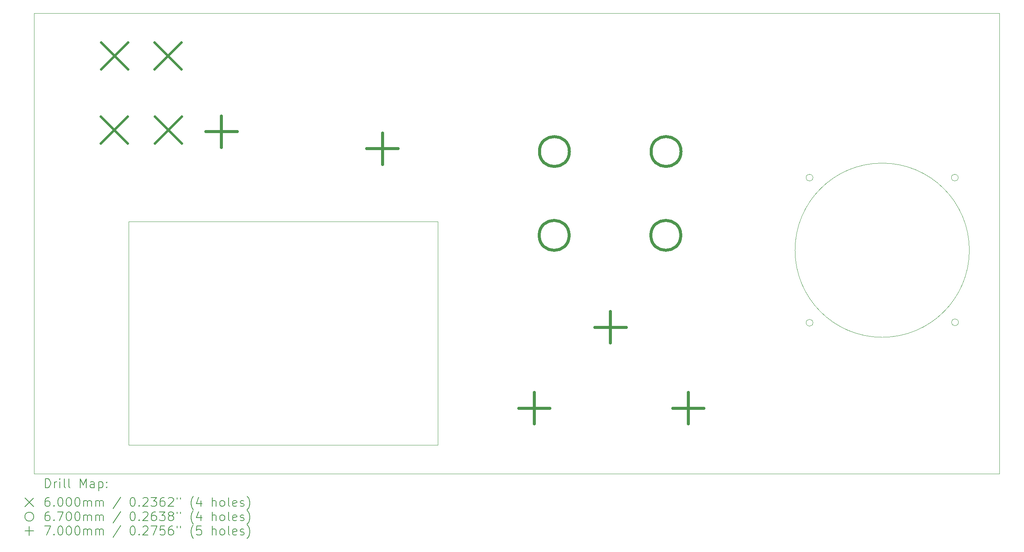
<source format=gbr>
%TF.GenerationSoftware,KiCad,Pcbnew,8.0.8*%
%TF.CreationDate,2025-03-17T17:06:12+00:00*%
%TF.ProjectId,memlnaut_0_1_joystick,6d656d6c-6e61-4757-945f-305f315f6a6f,rev?*%
%TF.SameCoordinates,Original*%
%TF.FileFunction,Drillmap*%
%TF.FilePolarity,Positive*%
%FSLAX45Y45*%
G04 Gerber Fmt 4.5, Leading zero omitted, Abs format (unit mm)*
G04 Created by KiCad (PCBNEW 8.0.8) date 2025-03-17 17:06:12*
%MOMM*%
%LPD*%
G01*
G04 APERTURE LIST*
%ADD10C,0.050000*%
%ADD11C,0.200000*%
%ADD12C,0.600000*%
%ADD13C,0.670000*%
%ADD14C,0.700000*%
G04 APERTURE END LIST*
D10*
X5600000Y-4140000D02*
X27203000Y-4140000D01*
X27203000Y-14451000D01*
X5600000Y-14451000D01*
X5600000Y-4140000D01*
X23031217Y-7822000D02*
G75*
G02*
X22878783Y-7822000I-76217J0D01*
G01*
X22878783Y-7822000D02*
G75*
G02*
X23031217Y-7822000I76217J0D01*
G01*
X23031217Y-11072000D02*
G75*
G02*
X22878783Y-11072000I-76217J0D01*
G01*
X22878783Y-11072000D02*
G75*
G02*
X23031217Y-11072000I76217J0D01*
G01*
X26530000Y-9447000D02*
G75*
G02*
X22630000Y-9447000I-1950000J0D01*
G01*
X22630000Y-9447000D02*
G75*
G02*
X26530000Y-9447000I1950000J0D01*
G01*
X26281217Y-7822000D02*
G75*
G02*
X26128783Y-7822000I-76217J0D01*
G01*
X26128783Y-7822000D02*
G75*
G02*
X26281217Y-7822000I76217J0D01*
G01*
X26285217Y-11061783D02*
G75*
G02*
X26132783Y-11061783I-76217J0D01*
G01*
X26132783Y-11061783D02*
G75*
G02*
X26285217Y-11061783I76217J0D01*
G01*
X7720500Y-8806000D02*
X14640500Y-8806000D01*
X14640500Y-13806000D01*
X7720500Y-13806000D01*
X7720500Y-8806000D01*
D11*
D12*
X7097000Y-6451000D02*
X7697000Y-7051000D01*
X7697000Y-6451000D02*
X7097000Y-7051000D01*
X7101000Y-4796000D02*
X7701000Y-5396000D01*
X7701000Y-4796000D02*
X7101000Y-5396000D01*
X8299000Y-4793000D02*
X8899000Y-5393000D01*
X8899000Y-4793000D02*
X8299000Y-5393000D01*
X8308000Y-6450000D02*
X8908000Y-7050000D01*
X8908000Y-6450000D02*
X8308000Y-7050000D01*
D13*
X17576000Y-9115000D02*
G75*
G02*
X16906000Y-9115000I-335000J0D01*
G01*
X16906000Y-9115000D02*
G75*
G02*
X17576000Y-9115000I335000J0D01*
G01*
X17581000Y-7238000D02*
G75*
G02*
X16911000Y-7238000I-335000J0D01*
G01*
X16911000Y-7238000D02*
G75*
G02*
X17581000Y-7238000I335000J0D01*
G01*
X20074000Y-9114000D02*
G75*
G02*
X19404000Y-9114000I-335000J0D01*
G01*
X19404000Y-9114000D02*
G75*
G02*
X20074000Y-9114000I335000J0D01*
G01*
X20079000Y-7237000D02*
G75*
G02*
X19409000Y-7237000I-335000J0D01*
G01*
X19409000Y-7237000D02*
G75*
G02*
X20079000Y-7237000I335000J0D01*
G01*
D14*
X9798000Y-6444250D02*
X9798000Y-7144250D01*
X9448000Y-6794250D02*
X10148000Y-6794250D01*
X13398000Y-6825000D02*
X13398000Y-7525000D01*
X13048000Y-7175000D02*
X13748000Y-7175000D01*
X16797000Y-12635000D02*
X16797000Y-13335000D01*
X16447000Y-12985000D02*
X17147000Y-12985000D01*
X18501000Y-10823000D02*
X18501000Y-11523000D01*
X18151000Y-11173000D02*
X18851000Y-11173000D01*
X20244000Y-12636000D02*
X20244000Y-13336000D01*
X19894000Y-12986000D02*
X20594000Y-12986000D01*
D11*
X5858277Y-14764984D02*
X5858277Y-14564984D01*
X5858277Y-14564984D02*
X5905896Y-14564984D01*
X5905896Y-14564984D02*
X5934467Y-14574508D01*
X5934467Y-14574508D02*
X5953515Y-14593555D01*
X5953515Y-14593555D02*
X5963039Y-14612603D01*
X5963039Y-14612603D02*
X5972562Y-14650698D01*
X5972562Y-14650698D02*
X5972562Y-14679269D01*
X5972562Y-14679269D02*
X5963039Y-14717365D01*
X5963039Y-14717365D02*
X5953515Y-14736412D01*
X5953515Y-14736412D02*
X5934467Y-14755460D01*
X5934467Y-14755460D02*
X5905896Y-14764984D01*
X5905896Y-14764984D02*
X5858277Y-14764984D01*
X6058277Y-14764984D02*
X6058277Y-14631650D01*
X6058277Y-14669746D02*
X6067801Y-14650698D01*
X6067801Y-14650698D02*
X6077324Y-14641174D01*
X6077324Y-14641174D02*
X6096372Y-14631650D01*
X6096372Y-14631650D02*
X6115420Y-14631650D01*
X6182086Y-14764984D02*
X6182086Y-14631650D01*
X6182086Y-14564984D02*
X6172562Y-14574508D01*
X6172562Y-14574508D02*
X6182086Y-14584031D01*
X6182086Y-14584031D02*
X6191610Y-14574508D01*
X6191610Y-14574508D02*
X6182086Y-14564984D01*
X6182086Y-14564984D02*
X6182086Y-14584031D01*
X6305896Y-14764984D02*
X6286848Y-14755460D01*
X6286848Y-14755460D02*
X6277324Y-14736412D01*
X6277324Y-14736412D02*
X6277324Y-14564984D01*
X6410658Y-14764984D02*
X6391610Y-14755460D01*
X6391610Y-14755460D02*
X6382086Y-14736412D01*
X6382086Y-14736412D02*
X6382086Y-14564984D01*
X6639229Y-14764984D02*
X6639229Y-14564984D01*
X6639229Y-14564984D02*
X6705896Y-14707841D01*
X6705896Y-14707841D02*
X6772562Y-14564984D01*
X6772562Y-14564984D02*
X6772562Y-14764984D01*
X6953515Y-14764984D02*
X6953515Y-14660222D01*
X6953515Y-14660222D02*
X6943991Y-14641174D01*
X6943991Y-14641174D02*
X6924943Y-14631650D01*
X6924943Y-14631650D02*
X6886848Y-14631650D01*
X6886848Y-14631650D02*
X6867801Y-14641174D01*
X6953515Y-14755460D02*
X6934467Y-14764984D01*
X6934467Y-14764984D02*
X6886848Y-14764984D01*
X6886848Y-14764984D02*
X6867801Y-14755460D01*
X6867801Y-14755460D02*
X6858277Y-14736412D01*
X6858277Y-14736412D02*
X6858277Y-14717365D01*
X6858277Y-14717365D02*
X6867801Y-14698317D01*
X6867801Y-14698317D02*
X6886848Y-14688793D01*
X6886848Y-14688793D02*
X6934467Y-14688793D01*
X6934467Y-14688793D02*
X6953515Y-14679269D01*
X7048753Y-14631650D02*
X7048753Y-14831650D01*
X7048753Y-14641174D02*
X7067801Y-14631650D01*
X7067801Y-14631650D02*
X7105896Y-14631650D01*
X7105896Y-14631650D02*
X7124943Y-14641174D01*
X7124943Y-14641174D02*
X7134467Y-14650698D01*
X7134467Y-14650698D02*
X7143991Y-14669746D01*
X7143991Y-14669746D02*
X7143991Y-14726888D01*
X7143991Y-14726888D02*
X7134467Y-14745936D01*
X7134467Y-14745936D02*
X7124943Y-14755460D01*
X7124943Y-14755460D02*
X7105896Y-14764984D01*
X7105896Y-14764984D02*
X7067801Y-14764984D01*
X7067801Y-14764984D02*
X7048753Y-14755460D01*
X7229705Y-14745936D02*
X7239229Y-14755460D01*
X7239229Y-14755460D02*
X7229705Y-14764984D01*
X7229705Y-14764984D02*
X7220182Y-14755460D01*
X7220182Y-14755460D02*
X7229705Y-14745936D01*
X7229705Y-14745936D02*
X7229705Y-14764984D01*
X7229705Y-14641174D02*
X7239229Y-14650698D01*
X7239229Y-14650698D02*
X7229705Y-14660222D01*
X7229705Y-14660222D02*
X7220182Y-14650698D01*
X7220182Y-14650698D02*
X7229705Y-14641174D01*
X7229705Y-14641174D02*
X7229705Y-14660222D01*
X5397500Y-14993500D02*
X5597500Y-15193500D01*
X5597500Y-14993500D02*
X5397500Y-15193500D01*
X5943991Y-14984984D02*
X5905896Y-14984984D01*
X5905896Y-14984984D02*
X5886848Y-14994508D01*
X5886848Y-14994508D02*
X5877324Y-15004031D01*
X5877324Y-15004031D02*
X5858277Y-15032603D01*
X5858277Y-15032603D02*
X5848753Y-15070698D01*
X5848753Y-15070698D02*
X5848753Y-15146888D01*
X5848753Y-15146888D02*
X5858277Y-15165936D01*
X5858277Y-15165936D02*
X5867801Y-15175460D01*
X5867801Y-15175460D02*
X5886848Y-15184984D01*
X5886848Y-15184984D02*
X5924943Y-15184984D01*
X5924943Y-15184984D02*
X5943991Y-15175460D01*
X5943991Y-15175460D02*
X5953515Y-15165936D01*
X5953515Y-15165936D02*
X5963039Y-15146888D01*
X5963039Y-15146888D02*
X5963039Y-15099269D01*
X5963039Y-15099269D02*
X5953515Y-15080222D01*
X5953515Y-15080222D02*
X5943991Y-15070698D01*
X5943991Y-15070698D02*
X5924943Y-15061174D01*
X5924943Y-15061174D02*
X5886848Y-15061174D01*
X5886848Y-15061174D02*
X5867801Y-15070698D01*
X5867801Y-15070698D02*
X5858277Y-15080222D01*
X5858277Y-15080222D02*
X5848753Y-15099269D01*
X6048753Y-15165936D02*
X6058277Y-15175460D01*
X6058277Y-15175460D02*
X6048753Y-15184984D01*
X6048753Y-15184984D02*
X6039229Y-15175460D01*
X6039229Y-15175460D02*
X6048753Y-15165936D01*
X6048753Y-15165936D02*
X6048753Y-15184984D01*
X6182086Y-14984984D02*
X6201134Y-14984984D01*
X6201134Y-14984984D02*
X6220182Y-14994508D01*
X6220182Y-14994508D02*
X6229705Y-15004031D01*
X6229705Y-15004031D02*
X6239229Y-15023079D01*
X6239229Y-15023079D02*
X6248753Y-15061174D01*
X6248753Y-15061174D02*
X6248753Y-15108793D01*
X6248753Y-15108793D02*
X6239229Y-15146888D01*
X6239229Y-15146888D02*
X6229705Y-15165936D01*
X6229705Y-15165936D02*
X6220182Y-15175460D01*
X6220182Y-15175460D02*
X6201134Y-15184984D01*
X6201134Y-15184984D02*
X6182086Y-15184984D01*
X6182086Y-15184984D02*
X6163039Y-15175460D01*
X6163039Y-15175460D02*
X6153515Y-15165936D01*
X6153515Y-15165936D02*
X6143991Y-15146888D01*
X6143991Y-15146888D02*
X6134467Y-15108793D01*
X6134467Y-15108793D02*
X6134467Y-15061174D01*
X6134467Y-15061174D02*
X6143991Y-15023079D01*
X6143991Y-15023079D02*
X6153515Y-15004031D01*
X6153515Y-15004031D02*
X6163039Y-14994508D01*
X6163039Y-14994508D02*
X6182086Y-14984984D01*
X6372562Y-14984984D02*
X6391610Y-14984984D01*
X6391610Y-14984984D02*
X6410658Y-14994508D01*
X6410658Y-14994508D02*
X6420182Y-15004031D01*
X6420182Y-15004031D02*
X6429705Y-15023079D01*
X6429705Y-15023079D02*
X6439229Y-15061174D01*
X6439229Y-15061174D02*
X6439229Y-15108793D01*
X6439229Y-15108793D02*
X6429705Y-15146888D01*
X6429705Y-15146888D02*
X6420182Y-15165936D01*
X6420182Y-15165936D02*
X6410658Y-15175460D01*
X6410658Y-15175460D02*
X6391610Y-15184984D01*
X6391610Y-15184984D02*
X6372562Y-15184984D01*
X6372562Y-15184984D02*
X6353515Y-15175460D01*
X6353515Y-15175460D02*
X6343991Y-15165936D01*
X6343991Y-15165936D02*
X6334467Y-15146888D01*
X6334467Y-15146888D02*
X6324943Y-15108793D01*
X6324943Y-15108793D02*
X6324943Y-15061174D01*
X6324943Y-15061174D02*
X6334467Y-15023079D01*
X6334467Y-15023079D02*
X6343991Y-15004031D01*
X6343991Y-15004031D02*
X6353515Y-14994508D01*
X6353515Y-14994508D02*
X6372562Y-14984984D01*
X6563039Y-14984984D02*
X6582086Y-14984984D01*
X6582086Y-14984984D02*
X6601134Y-14994508D01*
X6601134Y-14994508D02*
X6610658Y-15004031D01*
X6610658Y-15004031D02*
X6620182Y-15023079D01*
X6620182Y-15023079D02*
X6629705Y-15061174D01*
X6629705Y-15061174D02*
X6629705Y-15108793D01*
X6629705Y-15108793D02*
X6620182Y-15146888D01*
X6620182Y-15146888D02*
X6610658Y-15165936D01*
X6610658Y-15165936D02*
X6601134Y-15175460D01*
X6601134Y-15175460D02*
X6582086Y-15184984D01*
X6582086Y-15184984D02*
X6563039Y-15184984D01*
X6563039Y-15184984D02*
X6543991Y-15175460D01*
X6543991Y-15175460D02*
X6534467Y-15165936D01*
X6534467Y-15165936D02*
X6524943Y-15146888D01*
X6524943Y-15146888D02*
X6515420Y-15108793D01*
X6515420Y-15108793D02*
X6515420Y-15061174D01*
X6515420Y-15061174D02*
X6524943Y-15023079D01*
X6524943Y-15023079D02*
X6534467Y-15004031D01*
X6534467Y-15004031D02*
X6543991Y-14994508D01*
X6543991Y-14994508D02*
X6563039Y-14984984D01*
X6715420Y-15184984D02*
X6715420Y-15051650D01*
X6715420Y-15070698D02*
X6724943Y-15061174D01*
X6724943Y-15061174D02*
X6743991Y-15051650D01*
X6743991Y-15051650D02*
X6772563Y-15051650D01*
X6772563Y-15051650D02*
X6791610Y-15061174D01*
X6791610Y-15061174D02*
X6801134Y-15080222D01*
X6801134Y-15080222D02*
X6801134Y-15184984D01*
X6801134Y-15080222D02*
X6810658Y-15061174D01*
X6810658Y-15061174D02*
X6829705Y-15051650D01*
X6829705Y-15051650D02*
X6858277Y-15051650D01*
X6858277Y-15051650D02*
X6877324Y-15061174D01*
X6877324Y-15061174D02*
X6886848Y-15080222D01*
X6886848Y-15080222D02*
X6886848Y-15184984D01*
X6982086Y-15184984D02*
X6982086Y-15051650D01*
X6982086Y-15070698D02*
X6991610Y-15061174D01*
X6991610Y-15061174D02*
X7010658Y-15051650D01*
X7010658Y-15051650D02*
X7039229Y-15051650D01*
X7039229Y-15051650D02*
X7058277Y-15061174D01*
X7058277Y-15061174D02*
X7067801Y-15080222D01*
X7067801Y-15080222D02*
X7067801Y-15184984D01*
X7067801Y-15080222D02*
X7077324Y-15061174D01*
X7077324Y-15061174D02*
X7096372Y-15051650D01*
X7096372Y-15051650D02*
X7124943Y-15051650D01*
X7124943Y-15051650D02*
X7143991Y-15061174D01*
X7143991Y-15061174D02*
X7153515Y-15080222D01*
X7153515Y-15080222D02*
X7153515Y-15184984D01*
X7543991Y-14975460D02*
X7372563Y-15232603D01*
X7801134Y-14984984D02*
X7820182Y-14984984D01*
X7820182Y-14984984D02*
X7839229Y-14994508D01*
X7839229Y-14994508D02*
X7848753Y-15004031D01*
X7848753Y-15004031D02*
X7858277Y-15023079D01*
X7858277Y-15023079D02*
X7867801Y-15061174D01*
X7867801Y-15061174D02*
X7867801Y-15108793D01*
X7867801Y-15108793D02*
X7858277Y-15146888D01*
X7858277Y-15146888D02*
X7848753Y-15165936D01*
X7848753Y-15165936D02*
X7839229Y-15175460D01*
X7839229Y-15175460D02*
X7820182Y-15184984D01*
X7820182Y-15184984D02*
X7801134Y-15184984D01*
X7801134Y-15184984D02*
X7782086Y-15175460D01*
X7782086Y-15175460D02*
X7772563Y-15165936D01*
X7772563Y-15165936D02*
X7763039Y-15146888D01*
X7763039Y-15146888D02*
X7753515Y-15108793D01*
X7753515Y-15108793D02*
X7753515Y-15061174D01*
X7753515Y-15061174D02*
X7763039Y-15023079D01*
X7763039Y-15023079D02*
X7772563Y-15004031D01*
X7772563Y-15004031D02*
X7782086Y-14994508D01*
X7782086Y-14994508D02*
X7801134Y-14984984D01*
X7953515Y-15165936D02*
X7963039Y-15175460D01*
X7963039Y-15175460D02*
X7953515Y-15184984D01*
X7953515Y-15184984D02*
X7943991Y-15175460D01*
X7943991Y-15175460D02*
X7953515Y-15165936D01*
X7953515Y-15165936D02*
X7953515Y-15184984D01*
X8039229Y-15004031D02*
X8048753Y-14994508D01*
X8048753Y-14994508D02*
X8067801Y-14984984D01*
X8067801Y-14984984D02*
X8115420Y-14984984D01*
X8115420Y-14984984D02*
X8134467Y-14994508D01*
X8134467Y-14994508D02*
X8143991Y-15004031D01*
X8143991Y-15004031D02*
X8153515Y-15023079D01*
X8153515Y-15023079D02*
X8153515Y-15042127D01*
X8153515Y-15042127D02*
X8143991Y-15070698D01*
X8143991Y-15070698D02*
X8029706Y-15184984D01*
X8029706Y-15184984D02*
X8153515Y-15184984D01*
X8220182Y-14984984D02*
X8343991Y-14984984D01*
X8343991Y-14984984D02*
X8277325Y-15061174D01*
X8277325Y-15061174D02*
X8305896Y-15061174D01*
X8305896Y-15061174D02*
X8324944Y-15070698D01*
X8324944Y-15070698D02*
X8334467Y-15080222D01*
X8334467Y-15080222D02*
X8343991Y-15099269D01*
X8343991Y-15099269D02*
X8343991Y-15146888D01*
X8343991Y-15146888D02*
X8334467Y-15165936D01*
X8334467Y-15165936D02*
X8324944Y-15175460D01*
X8324944Y-15175460D02*
X8305896Y-15184984D01*
X8305896Y-15184984D02*
X8248753Y-15184984D01*
X8248753Y-15184984D02*
X8229706Y-15175460D01*
X8229706Y-15175460D02*
X8220182Y-15165936D01*
X8515420Y-14984984D02*
X8477325Y-14984984D01*
X8477325Y-14984984D02*
X8458277Y-14994508D01*
X8458277Y-14994508D02*
X8448753Y-15004031D01*
X8448753Y-15004031D02*
X8429706Y-15032603D01*
X8429706Y-15032603D02*
X8420182Y-15070698D01*
X8420182Y-15070698D02*
X8420182Y-15146888D01*
X8420182Y-15146888D02*
X8429706Y-15165936D01*
X8429706Y-15165936D02*
X8439229Y-15175460D01*
X8439229Y-15175460D02*
X8458277Y-15184984D01*
X8458277Y-15184984D02*
X8496372Y-15184984D01*
X8496372Y-15184984D02*
X8515420Y-15175460D01*
X8515420Y-15175460D02*
X8524944Y-15165936D01*
X8524944Y-15165936D02*
X8534468Y-15146888D01*
X8534468Y-15146888D02*
X8534468Y-15099269D01*
X8534468Y-15099269D02*
X8524944Y-15080222D01*
X8524944Y-15080222D02*
X8515420Y-15070698D01*
X8515420Y-15070698D02*
X8496372Y-15061174D01*
X8496372Y-15061174D02*
X8458277Y-15061174D01*
X8458277Y-15061174D02*
X8439229Y-15070698D01*
X8439229Y-15070698D02*
X8429706Y-15080222D01*
X8429706Y-15080222D02*
X8420182Y-15099269D01*
X8610658Y-15004031D02*
X8620182Y-14994508D01*
X8620182Y-14994508D02*
X8639229Y-14984984D01*
X8639229Y-14984984D02*
X8686849Y-14984984D01*
X8686849Y-14984984D02*
X8705896Y-14994508D01*
X8705896Y-14994508D02*
X8715420Y-15004031D01*
X8715420Y-15004031D02*
X8724944Y-15023079D01*
X8724944Y-15023079D02*
X8724944Y-15042127D01*
X8724944Y-15042127D02*
X8715420Y-15070698D01*
X8715420Y-15070698D02*
X8601134Y-15184984D01*
X8601134Y-15184984D02*
X8724944Y-15184984D01*
X8801134Y-14984984D02*
X8801134Y-15023079D01*
X8877325Y-14984984D02*
X8877325Y-15023079D01*
X9172563Y-15261174D02*
X9163039Y-15251650D01*
X9163039Y-15251650D02*
X9143991Y-15223079D01*
X9143991Y-15223079D02*
X9134468Y-15204031D01*
X9134468Y-15204031D02*
X9124944Y-15175460D01*
X9124944Y-15175460D02*
X9115420Y-15127841D01*
X9115420Y-15127841D02*
X9115420Y-15089746D01*
X9115420Y-15089746D02*
X9124944Y-15042127D01*
X9124944Y-15042127D02*
X9134468Y-15013555D01*
X9134468Y-15013555D02*
X9143991Y-14994508D01*
X9143991Y-14994508D02*
X9163039Y-14965936D01*
X9163039Y-14965936D02*
X9172563Y-14956412D01*
X9334468Y-15051650D02*
X9334468Y-15184984D01*
X9286849Y-14975460D02*
X9239230Y-15118317D01*
X9239230Y-15118317D02*
X9363039Y-15118317D01*
X9591611Y-15184984D02*
X9591611Y-14984984D01*
X9677325Y-15184984D02*
X9677325Y-15080222D01*
X9677325Y-15080222D02*
X9667801Y-15061174D01*
X9667801Y-15061174D02*
X9648753Y-15051650D01*
X9648753Y-15051650D02*
X9620182Y-15051650D01*
X9620182Y-15051650D02*
X9601134Y-15061174D01*
X9601134Y-15061174D02*
X9591611Y-15070698D01*
X9801134Y-15184984D02*
X9782087Y-15175460D01*
X9782087Y-15175460D02*
X9772563Y-15165936D01*
X9772563Y-15165936D02*
X9763039Y-15146888D01*
X9763039Y-15146888D02*
X9763039Y-15089746D01*
X9763039Y-15089746D02*
X9772563Y-15070698D01*
X9772563Y-15070698D02*
X9782087Y-15061174D01*
X9782087Y-15061174D02*
X9801134Y-15051650D01*
X9801134Y-15051650D02*
X9829706Y-15051650D01*
X9829706Y-15051650D02*
X9848753Y-15061174D01*
X9848753Y-15061174D02*
X9858277Y-15070698D01*
X9858277Y-15070698D02*
X9867801Y-15089746D01*
X9867801Y-15089746D02*
X9867801Y-15146888D01*
X9867801Y-15146888D02*
X9858277Y-15165936D01*
X9858277Y-15165936D02*
X9848753Y-15175460D01*
X9848753Y-15175460D02*
X9829706Y-15184984D01*
X9829706Y-15184984D02*
X9801134Y-15184984D01*
X9982087Y-15184984D02*
X9963039Y-15175460D01*
X9963039Y-15175460D02*
X9953515Y-15156412D01*
X9953515Y-15156412D02*
X9953515Y-14984984D01*
X10134468Y-15175460D02*
X10115420Y-15184984D01*
X10115420Y-15184984D02*
X10077325Y-15184984D01*
X10077325Y-15184984D02*
X10058277Y-15175460D01*
X10058277Y-15175460D02*
X10048753Y-15156412D01*
X10048753Y-15156412D02*
X10048753Y-15080222D01*
X10048753Y-15080222D02*
X10058277Y-15061174D01*
X10058277Y-15061174D02*
X10077325Y-15051650D01*
X10077325Y-15051650D02*
X10115420Y-15051650D01*
X10115420Y-15051650D02*
X10134468Y-15061174D01*
X10134468Y-15061174D02*
X10143992Y-15080222D01*
X10143992Y-15080222D02*
X10143992Y-15099269D01*
X10143992Y-15099269D02*
X10048753Y-15118317D01*
X10220182Y-15175460D02*
X10239230Y-15184984D01*
X10239230Y-15184984D02*
X10277325Y-15184984D01*
X10277325Y-15184984D02*
X10296373Y-15175460D01*
X10296373Y-15175460D02*
X10305896Y-15156412D01*
X10305896Y-15156412D02*
X10305896Y-15146888D01*
X10305896Y-15146888D02*
X10296373Y-15127841D01*
X10296373Y-15127841D02*
X10277325Y-15118317D01*
X10277325Y-15118317D02*
X10248753Y-15118317D01*
X10248753Y-15118317D02*
X10229706Y-15108793D01*
X10229706Y-15108793D02*
X10220182Y-15089746D01*
X10220182Y-15089746D02*
X10220182Y-15080222D01*
X10220182Y-15080222D02*
X10229706Y-15061174D01*
X10229706Y-15061174D02*
X10248753Y-15051650D01*
X10248753Y-15051650D02*
X10277325Y-15051650D01*
X10277325Y-15051650D02*
X10296373Y-15061174D01*
X10372563Y-15261174D02*
X10382087Y-15251650D01*
X10382087Y-15251650D02*
X10401134Y-15223079D01*
X10401134Y-15223079D02*
X10410658Y-15204031D01*
X10410658Y-15204031D02*
X10420182Y-15175460D01*
X10420182Y-15175460D02*
X10429706Y-15127841D01*
X10429706Y-15127841D02*
X10429706Y-15089746D01*
X10429706Y-15089746D02*
X10420182Y-15042127D01*
X10420182Y-15042127D02*
X10410658Y-15013555D01*
X10410658Y-15013555D02*
X10401134Y-14994508D01*
X10401134Y-14994508D02*
X10382087Y-14965936D01*
X10382087Y-14965936D02*
X10372563Y-14956412D01*
X5597500Y-15413500D02*
G75*
G02*
X5397500Y-15413500I-100000J0D01*
G01*
X5397500Y-15413500D02*
G75*
G02*
X5597500Y-15413500I100000J0D01*
G01*
X5943991Y-15304984D02*
X5905896Y-15304984D01*
X5905896Y-15304984D02*
X5886848Y-15314508D01*
X5886848Y-15314508D02*
X5877324Y-15324031D01*
X5877324Y-15324031D02*
X5858277Y-15352603D01*
X5858277Y-15352603D02*
X5848753Y-15390698D01*
X5848753Y-15390698D02*
X5848753Y-15466888D01*
X5848753Y-15466888D02*
X5858277Y-15485936D01*
X5858277Y-15485936D02*
X5867801Y-15495460D01*
X5867801Y-15495460D02*
X5886848Y-15504984D01*
X5886848Y-15504984D02*
X5924943Y-15504984D01*
X5924943Y-15504984D02*
X5943991Y-15495460D01*
X5943991Y-15495460D02*
X5953515Y-15485936D01*
X5953515Y-15485936D02*
X5963039Y-15466888D01*
X5963039Y-15466888D02*
X5963039Y-15419269D01*
X5963039Y-15419269D02*
X5953515Y-15400222D01*
X5953515Y-15400222D02*
X5943991Y-15390698D01*
X5943991Y-15390698D02*
X5924943Y-15381174D01*
X5924943Y-15381174D02*
X5886848Y-15381174D01*
X5886848Y-15381174D02*
X5867801Y-15390698D01*
X5867801Y-15390698D02*
X5858277Y-15400222D01*
X5858277Y-15400222D02*
X5848753Y-15419269D01*
X6048753Y-15485936D02*
X6058277Y-15495460D01*
X6058277Y-15495460D02*
X6048753Y-15504984D01*
X6048753Y-15504984D02*
X6039229Y-15495460D01*
X6039229Y-15495460D02*
X6048753Y-15485936D01*
X6048753Y-15485936D02*
X6048753Y-15504984D01*
X6124943Y-15304984D02*
X6258277Y-15304984D01*
X6258277Y-15304984D02*
X6172562Y-15504984D01*
X6372562Y-15304984D02*
X6391610Y-15304984D01*
X6391610Y-15304984D02*
X6410658Y-15314508D01*
X6410658Y-15314508D02*
X6420182Y-15324031D01*
X6420182Y-15324031D02*
X6429705Y-15343079D01*
X6429705Y-15343079D02*
X6439229Y-15381174D01*
X6439229Y-15381174D02*
X6439229Y-15428793D01*
X6439229Y-15428793D02*
X6429705Y-15466888D01*
X6429705Y-15466888D02*
X6420182Y-15485936D01*
X6420182Y-15485936D02*
X6410658Y-15495460D01*
X6410658Y-15495460D02*
X6391610Y-15504984D01*
X6391610Y-15504984D02*
X6372562Y-15504984D01*
X6372562Y-15504984D02*
X6353515Y-15495460D01*
X6353515Y-15495460D02*
X6343991Y-15485936D01*
X6343991Y-15485936D02*
X6334467Y-15466888D01*
X6334467Y-15466888D02*
X6324943Y-15428793D01*
X6324943Y-15428793D02*
X6324943Y-15381174D01*
X6324943Y-15381174D02*
X6334467Y-15343079D01*
X6334467Y-15343079D02*
X6343991Y-15324031D01*
X6343991Y-15324031D02*
X6353515Y-15314508D01*
X6353515Y-15314508D02*
X6372562Y-15304984D01*
X6563039Y-15304984D02*
X6582086Y-15304984D01*
X6582086Y-15304984D02*
X6601134Y-15314508D01*
X6601134Y-15314508D02*
X6610658Y-15324031D01*
X6610658Y-15324031D02*
X6620182Y-15343079D01*
X6620182Y-15343079D02*
X6629705Y-15381174D01*
X6629705Y-15381174D02*
X6629705Y-15428793D01*
X6629705Y-15428793D02*
X6620182Y-15466888D01*
X6620182Y-15466888D02*
X6610658Y-15485936D01*
X6610658Y-15485936D02*
X6601134Y-15495460D01*
X6601134Y-15495460D02*
X6582086Y-15504984D01*
X6582086Y-15504984D02*
X6563039Y-15504984D01*
X6563039Y-15504984D02*
X6543991Y-15495460D01*
X6543991Y-15495460D02*
X6534467Y-15485936D01*
X6534467Y-15485936D02*
X6524943Y-15466888D01*
X6524943Y-15466888D02*
X6515420Y-15428793D01*
X6515420Y-15428793D02*
X6515420Y-15381174D01*
X6515420Y-15381174D02*
X6524943Y-15343079D01*
X6524943Y-15343079D02*
X6534467Y-15324031D01*
X6534467Y-15324031D02*
X6543991Y-15314508D01*
X6543991Y-15314508D02*
X6563039Y-15304984D01*
X6715420Y-15504984D02*
X6715420Y-15371650D01*
X6715420Y-15390698D02*
X6724943Y-15381174D01*
X6724943Y-15381174D02*
X6743991Y-15371650D01*
X6743991Y-15371650D02*
X6772563Y-15371650D01*
X6772563Y-15371650D02*
X6791610Y-15381174D01*
X6791610Y-15381174D02*
X6801134Y-15400222D01*
X6801134Y-15400222D02*
X6801134Y-15504984D01*
X6801134Y-15400222D02*
X6810658Y-15381174D01*
X6810658Y-15381174D02*
X6829705Y-15371650D01*
X6829705Y-15371650D02*
X6858277Y-15371650D01*
X6858277Y-15371650D02*
X6877324Y-15381174D01*
X6877324Y-15381174D02*
X6886848Y-15400222D01*
X6886848Y-15400222D02*
X6886848Y-15504984D01*
X6982086Y-15504984D02*
X6982086Y-15371650D01*
X6982086Y-15390698D02*
X6991610Y-15381174D01*
X6991610Y-15381174D02*
X7010658Y-15371650D01*
X7010658Y-15371650D02*
X7039229Y-15371650D01*
X7039229Y-15371650D02*
X7058277Y-15381174D01*
X7058277Y-15381174D02*
X7067801Y-15400222D01*
X7067801Y-15400222D02*
X7067801Y-15504984D01*
X7067801Y-15400222D02*
X7077324Y-15381174D01*
X7077324Y-15381174D02*
X7096372Y-15371650D01*
X7096372Y-15371650D02*
X7124943Y-15371650D01*
X7124943Y-15371650D02*
X7143991Y-15381174D01*
X7143991Y-15381174D02*
X7153515Y-15400222D01*
X7153515Y-15400222D02*
X7153515Y-15504984D01*
X7543991Y-15295460D02*
X7372563Y-15552603D01*
X7801134Y-15304984D02*
X7820182Y-15304984D01*
X7820182Y-15304984D02*
X7839229Y-15314508D01*
X7839229Y-15314508D02*
X7848753Y-15324031D01*
X7848753Y-15324031D02*
X7858277Y-15343079D01*
X7858277Y-15343079D02*
X7867801Y-15381174D01*
X7867801Y-15381174D02*
X7867801Y-15428793D01*
X7867801Y-15428793D02*
X7858277Y-15466888D01*
X7858277Y-15466888D02*
X7848753Y-15485936D01*
X7848753Y-15485936D02*
X7839229Y-15495460D01*
X7839229Y-15495460D02*
X7820182Y-15504984D01*
X7820182Y-15504984D02*
X7801134Y-15504984D01*
X7801134Y-15504984D02*
X7782086Y-15495460D01*
X7782086Y-15495460D02*
X7772563Y-15485936D01*
X7772563Y-15485936D02*
X7763039Y-15466888D01*
X7763039Y-15466888D02*
X7753515Y-15428793D01*
X7753515Y-15428793D02*
X7753515Y-15381174D01*
X7753515Y-15381174D02*
X7763039Y-15343079D01*
X7763039Y-15343079D02*
X7772563Y-15324031D01*
X7772563Y-15324031D02*
X7782086Y-15314508D01*
X7782086Y-15314508D02*
X7801134Y-15304984D01*
X7953515Y-15485936D02*
X7963039Y-15495460D01*
X7963039Y-15495460D02*
X7953515Y-15504984D01*
X7953515Y-15504984D02*
X7943991Y-15495460D01*
X7943991Y-15495460D02*
X7953515Y-15485936D01*
X7953515Y-15485936D02*
X7953515Y-15504984D01*
X8039229Y-15324031D02*
X8048753Y-15314508D01*
X8048753Y-15314508D02*
X8067801Y-15304984D01*
X8067801Y-15304984D02*
X8115420Y-15304984D01*
X8115420Y-15304984D02*
X8134467Y-15314508D01*
X8134467Y-15314508D02*
X8143991Y-15324031D01*
X8143991Y-15324031D02*
X8153515Y-15343079D01*
X8153515Y-15343079D02*
X8153515Y-15362127D01*
X8153515Y-15362127D02*
X8143991Y-15390698D01*
X8143991Y-15390698D02*
X8029706Y-15504984D01*
X8029706Y-15504984D02*
X8153515Y-15504984D01*
X8324944Y-15304984D02*
X8286848Y-15304984D01*
X8286848Y-15304984D02*
X8267801Y-15314508D01*
X8267801Y-15314508D02*
X8258277Y-15324031D01*
X8258277Y-15324031D02*
X8239229Y-15352603D01*
X8239229Y-15352603D02*
X8229706Y-15390698D01*
X8229706Y-15390698D02*
X8229706Y-15466888D01*
X8229706Y-15466888D02*
X8239229Y-15485936D01*
X8239229Y-15485936D02*
X8248753Y-15495460D01*
X8248753Y-15495460D02*
X8267801Y-15504984D01*
X8267801Y-15504984D02*
X8305896Y-15504984D01*
X8305896Y-15504984D02*
X8324944Y-15495460D01*
X8324944Y-15495460D02*
X8334467Y-15485936D01*
X8334467Y-15485936D02*
X8343991Y-15466888D01*
X8343991Y-15466888D02*
X8343991Y-15419269D01*
X8343991Y-15419269D02*
X8334467Y-15400222D01*
X8334467Y-15400222D02*
X8324944Y-15390698D01*
X8324944Y-15390698D02*
X8305896Y-15381174D01*
X8305896Y-15381174D02*
X8267801Y-15381174D01*
X8267801Y-15381174D02*
X8248753Y-15390698D01*
X8248753Y-15390698D02*
X8239229Y-15400222D01*
X8239229Y-15400222D02*
X8229706Y-15419269D01*
X8410658Y-15304984D02*
X8534468Y-15304984D01*
X8534468Y-15304984D02*
X8467801Y-15381174D01*
X8467801Y-15381174D02*
X8496372Y-15381174D01*
X8496372Y-15381174D02*
X8515420Y-15390698D01*
X8515420Y-15390698D02*
X8524944Y-15400222D01*
X8524944Y-15400222D02*
X8534468Y-15419269D01*
X8534468Y-15419269D02*
X8534468Y-15466888D01*
X8534468Y-15466888D02*
X8524944Y-15485936D01*
X8524944Y-15485936D02*
X8515420Y-15495460D01*
X8515420Y-15495460D02*
X8496372Y-15504984D01*
X8496372Y-15504984D02*
X8439229Y-15504984D01*
X8439229Y-15504984D02*
X8420182Y-15495460D01*
X8420182Y-15495460D02*
X8410658Y-15485936D01*
X8648753Y-15390698D02*
X8629706Y-15381174D01*
X8629706Y-15381174D02*
X8620182Y-15371650D01*
X8620182Y-15371650D02*
X8610658Y-15352603D01*
X8610658Y-15352603D02*
X8610658Y-15343079D01*
X8610658Y-15343079D02*
X8620182Y-15324031D01*
X8620182Y-15324031D02*
X8629706Y-15314508D01*
X8629706Y-15314508D02*
X8648753Y-15304984D01*
X8648753Y-15304984D02*
X8686849Y-15304984D01*
X8686849Y-15304984D02*
X8705896Y-15314508D01*
X8705896Y-15314508D02*
X8715420Y-15324031D01*
X8715420Y-15324031D02*
X8724944Y-15343079D01*
X8724944Y-15343079D02*
X8724944Y-15352603D01*
X8724944Y-15352603D02*
X8715420Y-15371650D01*
X8715420Y-15371650D02*
X8705896Y-15381174D01*
X8705896Y-15381174D02*
X8686849Y-15390698D01*
X8686849Y-15390698D02*
X8648753Y-15390698D01*
X8648753Y-15390698D02*
X8629706Y-15400222D01*
X8629706Y-15400222D02*
X8620182Y-15409746D01*
X8620182Y-15409746D02*
X8610658Y-15428793D01*
X8610658Y-15428793D02*
X8610658Y-15466888D01*
X8610658Y-15466888D02*
X8620182Y-15485936D01*
X8620182Y-15485936D02*
X8629706Y-15495460D01*
X8629706Y-15495460D02*
X8648753Y-15504984D01*
X8648753Y-15504984D02*
X8686849Y-15504984D01*
X8686849Y-15504984D02*
X8705896Y-15495460D01*
X8705896Y-15495460D02*
X8715420Y-15485936D01*
X8715420Y-15485936D02*
X8724944Y-15466888D01*
X8724944Y-15466888D02*
X8724944Y-15428793D01*
X8724944Y-15428793D02*
X8715420Y-15409746D01*
X8715420Y-15409746D02*
X8705896Y-15400222D01*
X8705896Y-15400222D02*
X8686849Y-15390698D01*
X8801134Y-15304984D02*
X8801134Y-15343079D01*
X8877325Y-15304984D02*
X8877325Y-15343079D01*
X9172563Y-15581174D02*
X9163039Y-15571650D01*
X9163039Y-15571650D02*
X9143991Y-15543079D01*
X9143991Y-15543079D02*
X9134468Y-15524031D01*
X9134468Y-15524031D02*
X9124944Y-15495460D01*
X9124944Y-15495460D02*
X9115420Y-15447841D01*
X9115420Y-15447841D02*
X9115420Y-15409746D01*
X9115420Y-15409746D02*
X9124944Y-15362127D01*
X9124944Y-15362127D02*
X9134468Y-15333555D01*
X9134468Y-15333555D02*
X9143991Y-15314508D01*
X9143991Y-15314508D02*
X9163039Y-15285936D01*
X9163039Y-15285936D02*
X9172563Y-15276412D01*
X9334468Y-15371650D02*
X9334468Y-15504984D01*
X9286849Y-15295460D02*
X9239230Y-15438317D01*
X9239230Y-15438317D02*
X9363039Y-15438317D01*
X9591611Y-15504984D02*
X9591611Y-15304984D01*
X9677325Y-15504984D02*
X9677325Y-15400222D01*
X9677325Y-15400222D02*
X9667801Y-15381174D01*
X9667801Y-15381174D02*
X9648753Y-15371650D01*
X9648753Y-15371650D02*
X9620182Y-15371650D01*
X9620182Y-15371650D02*
X9601134Y-15381174D01*
X9601134Y-15381174D02*
X9591611Y-15390698D01*
X9801134Y-15504984D02*
X9782087Y-15495460D01*
X9782087Y-15495460D02*
X9772563Y-15485936D01*
X9772563Y-15485936D02*
X9763039Y-15466888D01*
X9763039Y-15466888D02*
X9763039Y-15409746D01*
X9763039Y-15409746D02*
X9772563Y-15390698D01*
X9772563Y-15390698D02*
X9782087Y-15381174D01*
X9782087Y-15381174D02*
X9801134Y-15371650D01*
X9801134Y-15371650D02*
X9829706Y-15371650D01*
X9829706Y-15371650D02*
X9848753Y-15381174D01*
X9848753Y-15381174D02*
X9858277Y-15390698D01*
X9858277Y-15390698D02*
X9867801Y-15409746D01*
X9867801Y-15409746D02*
X9867801Y-15466888D01*
X9867801Y-15466888D02*
X9858277Y-15485936D01*
X9858277Y-15485936D02*
X9848753Y-15495460D01*
X9848753Y-15495460D02*
X9829706Y-15504984D01*
X9829706Y-15504984D02*
X9801134Y-15504984D01*
X9982087Y-15504984D02*
X9963039Y-15495460D01*
X9963039Y-15495460D02*
X9953515Y-15476412D01*
X9953515Y-15476412D02*
X9953515Y-15304984D01*
X10134468Y-15495460D02*
X10115420Y-15504984D01*
X10115420Y-15504984D02*
X10077325Y-15504984D01*
X10077325Y-15504984D02*
X10058277Y-15495460D01*
X10058277Y-15495460D02*
X10048753Y-15476412D01*
X10048753Y-15476412D02*
X10048753Y-15400222D01*
X10048753Y-15400222D02*
X10058277Y-15381174D01*
X10058277Y-15381174D02*
X10077325Y-15371650D01*
X10077325Y-15371650D02*
X10115420Y-15371650D01*
X10115420Y-15371650D02*
X10134468Y-15381174D01*
X10134468Y-15381174D02*
X10143992Y-15400222D01*
X10143992Y-15400222D02*
X10143992Y-15419269D01*
X10143992Y-15419269D02*
X10048753Y-15438317D01*
X10220182Y-15495460D02*
X10239230Y-15504984D01*
X10239230Y-15504984D02*
X10277325Y-15504984D01*
X10277325Y-15504984D02*
X10296373Y-15495460D01*
X10296373Y-15495460D02*
X10305896Y-15476412D01*
X10305896Y-15476412D02*
X10305896Y-15466888D01*
X10305896Y-15466888D02*
X10296373Y-15447841D01*
X10296373Y-15447841D02*
X10277325Y-15438317D01*
X10277325Y-15438317D02*
X10248753Y-15438317D01*
X10248753Y-15438317D02*
X10229706Y-15428793D01*
X10229706Y-15428793D02*
X10220182Y-15409746D01*
X10220182Y-15409746D02*
X10220182Y-15400222D01*
X10220182Y-15400222D02*
X10229706Y-15381174D01*
X10229706Y-15381174D02*
X10248753Y-15371650D01*
X10248753Y-15371650D02*
X10277325Y-15371650D01*
X10277325Y-15371650D02*
X10296373Y-15381174D01*
X10372563Y-15581174D02*
X10382087Y-15571650D01*
X10382087Y-15571650D02*
X10401134Y-15543079D01*
X10401134Y-15543079D02*
X10410658Y-15524031D01*
X10410658Y-15524031D02*
X10420182Y-15495460D01*
X10420182Y-15495460D02*
X10429706Y-15447841D01*
X10429706Y-15447841D02*
X10429706Y-15409746D01*
X10429706Y-15409746D02*
X10420182Y-15362127D01*
X10420182Y-15362127D02*
X10410658Y-15333555D01*
X10410658Y-15333555D02*
X10401134Y-15314508D01*
X10401134Y-15314508D02*
X10382087Y-15285936D01*
X10382087Y-15285936D02*
X10372563Y-15276412D01*
X5497500Y-15633500D02*
X5497500Y-15833500D01*
X5397500Y-15733500D02*
X5597500Y-15733500D01*
X5839229Y-15624984D02*
X5972562Y-15624984D01*
X5972562Y-15624984D02*
X5886848Y-15824984D01*
X6048753Y-15805936D02*
X6058277Y-15815460D01*
X6058277Y-15815460D02*
X6048753Y-15824984D01*
X6048753Y-15824984D02*
X6039229Y-15815460D01*
X6039229Y-15815460D02*
X6048753Y-15805936D01*
X6048753Y-15805936D02*
X6048753Y-15824984D01*
X6182086Y-15624984D02*
X6201134Y-15624984D01*
X6201134Y-15624984D02*
X6220182Y-15634508D01*
X6220182Y-15634508D02*
X6229705Y-15644031D01*
X6229705Y-15644031D02*
X6239229Y-15663079D01*
X6239229Y-15663079D02*
X6248753Y-15701174D01*
X6248753Y-15701174D02*
X6248753Y-15748793D01*
X6248753Y-15748793D02*
X6239229Y-15786888D01*
X6239229Y-15786888D02*
X6229705Y-15805936D01*
X6229705Y-15805936D02*
X6220182Y-15815460D01*
X6220182Y-15815460D02*
X6201134Y-15824984D01*
X6201134Y-15824984D02*
X6182086Y-15824984D01*
X6182086Y-15824984D02*
X6163039Y-15815460D01*
X6163039Y-15815460D02*
X6153515Y-15805936D01*
X6153515Y-15805936D02*
X6143991Y-15786888D01*
X6143991Y-15786888D02*
X6134467Y-15748793D01*
X6134467Y-15748793D02*
X6134467Y-15701174D01*
X6134467Y-15701174D02*
X6143991Y-15663079D01*
X6143991Y-15663079D02*
X6153515Y-15644031D01*
X6153515Y-15644031D02*
X6163039Y-15634508D01*
X6163039Y-15634508D02*
X6182086Y-15624984D01*
X6372562Y-15624984D02*
X6391610Y-15624984D01*
X6391610Y-15624984D02*
X6410658Y-15634508D01*
X6410658Y-15634508D02*
X6420182Y-15644031D01*
X6420182Y-15644031D02*
X6429705Y-15663079D01*
X6429705Y-15663079D02*
X6439229Y-15701174D01*
X6439229Y-15701174D02*
X6439229Y-15748793D01*
X6439229Y-15748793D02*
X6429705Y-15786888D01*
X6429705Y-15786888D02*
X6420182Y-15805936D01*
X6420182Y-15805936D02*
X6410658Y-15815460D01*
X6410658Y-15815460D02*
X6391610Y-15824984D01*
X6391610Y-15824984D02*
X6372562Y-15824984D01*
X6372562Y-15824984D02*
X6353515Y-15815460D01*
X6353515Y-15815460D02*
X6343991Y-15805936D01*
X6343991Y-15805936D02*
X6334467Y-15786888D01*
X6334467Y-15786888D02*
X6324943Y-15748793D01*
X6324943Y-15748793D02*
X6324943Y-15701174D01*
X6324943Y-15701174D02*
X6334467Y-15663079D01*
X6334467Y-15663079D02*
X6343991Y-15644031D01*
X6343991Y-15644031D02*
X6353515Y-15634508D01*
X6353515Y-15634508D02*
X6372562Y-15624984D01*
X6563039Y-15624984D02*
X6582086Y-15624984D01*
X6582086Y-15624984D02*
X6601134Y-15634508D01*
X6601134Y-15634508D02*
X6610658Y-15644031D01*
X6610658Y-15644031D02*
X6620182Y-15663079D01*
X6620182Y-15663079D02*
X6629705Y-15701174D01*
X6629705Y-15701174D02*
X6629705Y-15748793D01*
X6629705Y-15748793D02*
X6620182Y-15786888D01*
X6620182Y-15786888D02*
X6610658Y-15805936D01*
X6610658Y-15805936D02*
X6601134Y-15815460D01*
X6601134Y-15815460D02*
X6582086Y-15824984D01*
X6582086Y-15824984D02*
X6563039Y-15824984D01*
X6563039Y-15824984D02*
X6543991Y-15815460D01*
X6543991Y-15815460D02*
X6534467Y-15805936D01*
X6534467Y-15805936D02*
X6524943Y-15786888D01*
X6524943Y-15786888D02*
X6515420Y-15748793D01*
X6515420Y-15748793D02*
X6515420Y-15701174D01*
X6515420Y-15701174D02*
X6524943Y-15663079D01*
X6524943Y-15663079D02*
X6534467Y-15644031D01*
X6534467Y-15644031D02*
X6543991Y-15634508D01*
X6543991Y-15634508D02*
X6563039Y-15624984D01*
X6715420Y-15824984D02*
X6715420Y-15691650D01*
X6715420Y-15710698D02*
X6724943Y-15701174D01*
X6724943Y-15701174D02*
X6743991Y-15691650D01*
X6743991Y-15691650D02*
X6772563Y-15691650D01*
X6772563Y-15691650D02*
X6791610Y-15701174D01*
X6791610Y-15701174D02*
X6801134Y-15720222D01*
X6801134Y-15720222D02*
X6801134Y-15824984D01*
X6801134Y-15720222D02*
X6810658Y-15701174D01*
X6810658Y-15701174D02*
X6829705Y-15691650D01*
X6829705Y-15691650D02*
X6858277Y-15691650D01*
X6858277Y-15691650D02*
X6877324Y-15701174D01*
X6877324Y-15701174D02*
X6886848Y-15720222D01*
X6886848Y-15720222D02*
X6886848Y-15824984D01*
X6982086Y-15824984D02*
X6982086Y-15691650D01*
X6982086Y-15710698D02*
X6991610Y-15701174D01*
X6991610Y-15701174D02*
X7010658Y-15691650D01*
X7010658Y-15691650D02*
X7039229Y-15691650D01*
X7039229Y-15691650D02*
X7058277Y-15701174D01*
X7058277Y-15701174D02*
X7067801Y-15720222D01*
X7067801Y-15720222D02*
X7067801Y-15824984D01*
X7067801Y-15720222D02*
X7077324Y-15701174D01*
X7077324Y-15701174D02*
X7096372Y-15691650D01*
X7096372Y-15691650D02*
X7124943Y-15691650D01*
X7124943Y-15691650D02*
X7143991Y-15701174D01*
X7143991Y-15701174D02*
X7153515Y-15720222D01*
X7153515Y-15720222D02*
X7153515Y-15824984D01*
X7543991Y-15615460D02*
X7372563Y-15872603D01*
X7801134Y-15624984D02*
X7820182Y-15624984D01*
X7820182Y-15624984D02*
X7839229Y-15634508D01*
X7839229Y-15634508D02*
X7848753Y-15644031D01*
X7848753Y-15644031D02*
X7858277Y-15663079D01*
X7858277Y-15663079D02*
X7867801Y-15701174D01*
X7867801Y-15701174D02*
X7867801Y-15748793D01*
X7867801Y-15748793D02*
X7858277Y-15786888D01*
X7858277Y-15786888D02*
X7848753Y-15805936D01*
X7848753Y-15805936D02*
X7839229Y-15815460D01*
X7839229Y-15815460D02*
X7820182Y-15824984D01*
X7820182Y-15824984D02*
X7801134Y-15824984D01*
X7801134Y-15824984D02*
X7782086Y-15815460D01*
X7782086Y-15815460D02*
X7772563Y-15805936D01*
X7772563Y-15805936D02*
X7763039Y-15786888D01*
X7763039Y-15786888D02*
X7753515Y-15748793D01*
X7753515Y-15748793D02*
X7753515Y-15701174D01*
X7753515Y-15701174D02*
X7763039Y-15663079D01*
X7763039Y-15663079D02*
X7772563Y-15644031D01*
X7772563Y-15644031D02*
X7782086Y-15634508D01*
X7782086Y-15634508D02*
X7801134Y-15624984D01*
X7953515Y-15805936D02*
X7963039Y-15815460D01*
X7963039Y-15815460D02*
X7953515Y-15824984D01*
X7953515Y-15824984D02*
X7943991Y-15815460D01*
X7943991Y-15815460D02*
X7953515Y-15805936D01*
X7953515Y-15805936D02*
X7953515Y-15824984D01*
X8039229Y-15644031D02*
X8048753Y-15634508D01*
X8048753Y-15634508D02*
X8067801Y-15624984D01*
X8067801Y-15624984D02*
X8115420Y-15624984D01*
X8115420Y-15624984D02*
X8134467Y-15634508D01*
X8134467Y-15634508D02*
X8143991Y-15644031D01*
X8143991Y-15644031D02*
X8153515Y-15663079D01*
X8153515Y-15663079D02*
X8153515Y-15682127D01*
X8153515Y-15682127D02*
X8143991Y-15710698D01*
X8143991Y-15710698D02*
X8029706Y-15824984D01*
X8029706Y-15824984D02*
X8153515Y-15824984D01*
X8220182Y-15624984D02*
X8353515Y-15624984D01*
X8353515Y-15624984D02*
X8267801Y-15824984D01*
X8524944Y-15624984D02*
X8429706Y-15624984D01*
X8429706Y-15624984D02*
X8420182Y-15720222D01*
X8420182Y-15720222D02*
X8429706Y-15710698D01*
X8429706Y-15710698D02*
X8448753Y-15701174D01*
X8448753Y-15701174D02*
X8496372Y-15701174D01*
X8496372Y-15701174D02*
X8515420Y-15710698D01*
X8515420Y-15710698D02*
X8524944Y-15720222D01*
X8524944Y-15720222D02*
X8534468Y-15739269D01*
X8534468Y-15739269D02*
X8534468Y-15786888D01*
X8534468Y-15786888D02*
X8524944Y-15805936D01*
X8524944Y-15805936D02*
X8515420Y-15815460D01*
X8515420Y-15815460D02*
X8496372Y-15824984D01*
X8496372Y-15824984D02*
X8448753Y-15824984D01*
X8448753Y-15824984D02*
X8429706Y-15815460D01*
X8429706Y-15815460D02*
X8420182Y-15805936D01*
X8705896Y-15624984D02*
X8667801Y-15624984D01*
X8667801Y-15624984D02*
X8648753Y-15634508D01*
X8648753Y-15634508D02*
X8639229Y-15644031D01*
X8639229Y-15644031D02*
X8620182Y-15672603D01*
X8620182Y-15672603D02*
X8610658Y-15710698D01*
X8610658Y-15710698D02*
X8610658Y-15786888D01*
X8610658Y-15786888D02*
X8620182Y-15805936D01*
X8620182Y-15805936D02*
X8629706Y-15815460D01*
X8629706Y-15815460D02*
X8648753Y-15824984D01*
X8648753Y-15824984D02*
X8686849Y-15824984D01*
X8686849Y-15824984D02*
X8705896Y-15815460D01*
X8705896Y-15815460D02*
X8715420Y-15805936D01*
X8715420Y-15805936D02*
X8724944Y-15786888D01*
X8724944Y-15786888D02*
X8724944Y-15739269D01*
X8724944Y-15739269D02*
X8715420Y-15720222D01*
X8715420Y-15720222D02*
X8705896Y-15710698D01*
X8705896Y-15710698D02*
X8686849Y-15701174D01*
X8686849Y-15701174D02*
X8648753Y-15701174D01*
X8648753Y-15701174D02*
X8629706Y-15710698D01*
X8629706Y-15710698D02*
X8620182Y-15720222D01*
X8620182Y-15720222D02*
X8610658Y-15739269D01*
X8801134Y-15624984D02*
X8801134Y-15663079D01*
X8877325Y-15624984D02*
X8877325Y-15663079D01*
X9172563Y-15901174D02*
X9163039Y-15891650D01*
X9163039Y-15891650D02*
X9143991Y-15863079D01*
X9143991Y-15863079D02*
X9134468Y-15844031D01*
X9134468Y-15844031D02*
X9124944Y-15815460D01*
X9124944Y-15815460D02*
X9115420Y-15767841D01*
X9115420Y-15767841D02*
X9115420Y-15729746D01*
X9115420Y-15729746D02*
X9124944Y-15682127D01*
X9124944Y-15682127D02*
X9134468Y-15653555D01*
X9134468Y-15653555D02*
X9143991Y-15634508D01*
X9143991Y-15634508D02*
X9163039Y-15605936D01*
X9163039Y-15605936D02*
X9172563Y-15596412D01*
X9343991Y-15624984D02*
X9248753Y-15624984D01*
X9248753Y-15624984D02*
X9239230Y-15720222D01*
X9239230Y-15720222D02*
X9248753Y-15710698D01*
X9248753Y-15710698D02*
X9267801Y-15701174D01*
X9267801Y-15701174D02*
X9315420Y-15701174D01*
X9315420Y-15701174D02*
X9334468Y-15710698D01*
X9334468Y-15710698D02*
X9343991Y-15720222D01*
X9343991Y-15720222D02*
X9353515Y-15739269D01*
X9353515Y-15739269D02*
X9353515Y-15786888D01*
X9353515Y-15786888D02*
X9343991Y-15805936D01*
X9343991Y-15805936D02*
X9334468Y-15815460D01*
X9334468Y-15815460D02*
X9315420Y-15824984D01*
X9315420Y-15824984D02*
X9267801Y-15824984D01*
X9267801Y-15824984D02*
X9248753Y-15815460D01*
X9248753Y-15815460D02*
X9239230Y-15805936D01*
X9591611Y-15824984D02*
X9591611Y-15624984D01*
X9677325Y-15824984D02*
X9677325Y-15720222D01*
X9677325Y-15720222D02*
X9667801Y-15701174D01*
X9667801Y-15701174D02*
X9648753Y-15691650D01*
X9648753Y-15691650D02*
X9620182Y-15691650D01*
X9620182Y-15691650D02*
X9601134Y-15701174D01*
X9601134Y-15701174D02*
X9591611Y-15710698D01*
X9801134Y-15824984D02*
X9782087Y-15815460D01*
X9782087Y-15815460D02*
X9772563Y-15805936D01*
X9772563Y-15805936D02*
X9763039Y-15786888D01*
X9763039Y-15786888D02*
X9763039Y-15729746D01*
X9763039Y-15729746D02*
X9772563Y-15710698D01*
X9772563Y-15710698D02*
X9782087Y-15701174D01*
X9782087Y-15701174D02*
X9801134Y-15691650D01*
X9801134Y-15691650D02*
X9829706Y-15691650D01*
X9829706Y-15691650D02*
X9848753Y-15701174D01*
X9848753Y-15701174D02*
X9858277Y-15710698D01*
X9858277Y-15710698D02*
X9867801Y-15729746D01*
X9867801Y-15729746D02*
X9867801Y-15786888D01*
X9867801Y-15786888D02*
X9858277Y-15805936D01*
X9858277Y-15805936D02*
X9848753Y-15815460D01*
X9848753Y-15815460D02*
X9829706Y-15824984D01*
X9829706Y-15824984D02*
X9801134Y-15824984D01*
X9982087Y-15824984D02*
X9963039Y-15815460D01*
X9963039Y-15815460D02*
X9953515Y-15796412D01*
X9953515Y-15796412D02*
X9953515Y-15624984D01*
X10134468Y-15815460D02*
X10115420Y-15824984D01*
X10115420Y-15824984D02*
X10077325Y-15824984D01*
X10077325Y-15824984D02*
X10058277Y-15815460D01*
X10058277Y-15815460D02*
X10048753Y-15796412D01*
X10048753Y-15796412D02*
X10048753Y-15720222D01*
X10048753Y-15720222D02*
X10058277Y-15701174D01*
X10058277Y-15701174D02*
X10077325Y-15691650D01*
X10077325Y-15691650D02*
X10115420Y-15691650D01*
X10115420Y-15691650D02*
X10134468Y-15701174D01*
X10134468Y-15701174D02*
X10143992Y-15720222D01*
X10143992Y-15720222D02*
X10143992Y-15739269D01*
X10143992Y-15739269D02*
X10048753Y-15758317D01*
X10220182Y-15815460D02*
X10239230Y-15824984D01*
X10239230Y-15824984D02*
X10277325Y-15824984D01*
X10277325Y-15824984D02*
X10296373Y-15815460D01*
X10296373Y-15815460D02*
X10305896Y-15796412D01*
X10305896Y-15796412D02*
X10305896Y-15786888D01*
X10305896Y-15786888D02*
X10296373Y-15767841D01*
X10296373Y-15767841D02*
X10277325Y-15758317D01*
X10277325Y-15758317D02*
X10248753Y-15758317D01*
X10248753Y-15758317D02*
X10229706Y-15748793D01*
X10229706Y-15748793D02*
X10220182Y-15729746D01*
X10220182Y-15729746D02*
X10220182Y-15720222D01*
X10220182Y-15720222D02*
X10229706Y-15701174D01*
X10229706Y-15701174D02*
X10248753Y-15691650D01*
X10248753Y-15691650D02*
X10277325Y-15691650D01*
X10277325Y-15691650D02*
X10296373Y-15701174D01*
X10372563Y-15901174D02*
X10382087Y-15891650D01*
X10382087Y-15891650D02*
X10401134Y-15863079D01*
X10401134Y-15863079D02*
X10410658Y-15844031D01*
X10410658Y-15844031D02*
X10420182Y-15815460D01*
X10420182Y-15815460D02*
X10429706Y-15767841D01*
X10429706Y-15767841D02*
X10429706Y-15729746D01*
X10429706Y-15729746D02*
X10420182Y-15682127D01*
X10420182Y-15682127D02*
X10410658Y-15653555D01*
X10410658Y-15653555D02*
X10401134Y-15634508D01*
X10401134Y-15634508D02*
X10382087Y-15605936D01*
X10382087Y-15605936D02*
X10372563Y-15596412D01*
M02*

</source>
